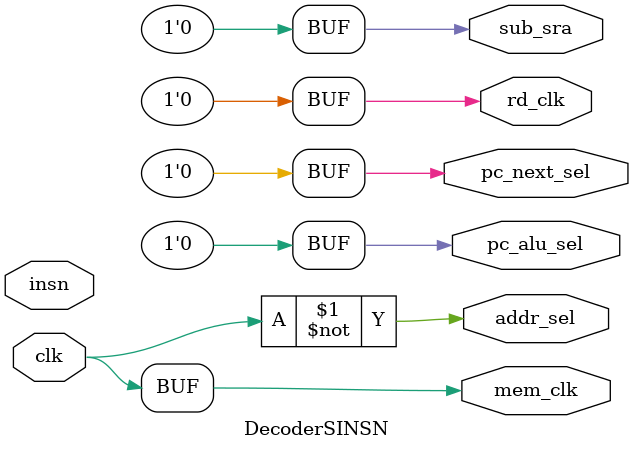
<source format=v>
/* 
Módulo para decodificação de instruções do tipo S (store) seguindo o ISA do risc-v. O módulo recebe a instrução e o sinal de clock
do processador, e retorna todas as saídas relevantes e não relevantes
para serem enviadas ao circuito
*/
module DecoderSINSN (
  input wire [31:0] insn , // instrução de 32 bits
  input wire clk, // sinal de Clock  
  output wire addr_sel, pc_next_sel, pc_alu_sel,sub_sra,
  // controle de adição/subtração controle de escolha de endereço, program counter,
  //e entrada da ALU do program counter
  output wire rd_clk, mem_clk // Saídas de clock dos registradores e da memória
);

  assign addr_sel = ~clk; // o endereço de memória deve receber o resultado da alu inicialmente, entretanto em seguida deve voltar para o pc, oque coincide com o sinal de clock invertido do processador

  assign sub_sra = 0; // como haverá soma, sempre será 0
  
  assign pc_next_sel = 0; // O PC continua recebendo o seu valor incrementado em 4
  assign pc_alu_sel = 0; // A ALU do PC contínua recebendo 4

  assign rd_clk = 0; // como o rd não é utilizado, deve ser deixado em 0 para evitar problemas de gravação
  assign mem_clk = clk; // Deve ter rising edge quando o addr_sel tem falling edge, coincidindo com o sinal de clock.

endmodule
</source>
